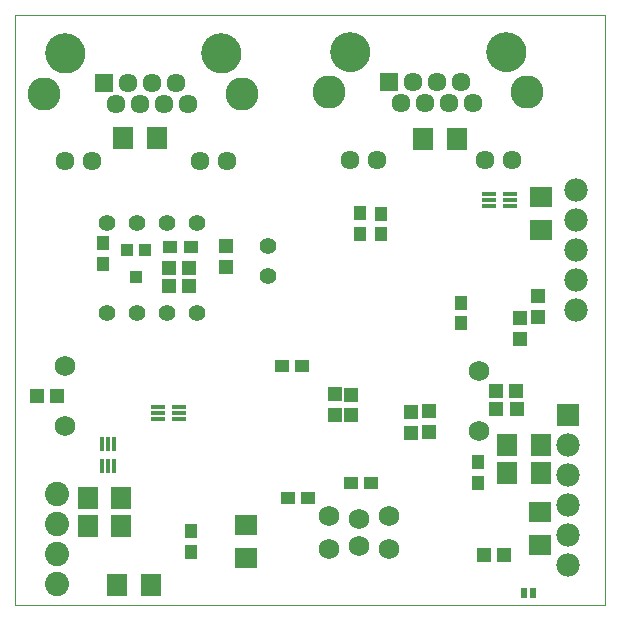
<source format=gbs>
G75*
%MOIN*%
%OFA0B0*%
%FSLAX25Y25*%
%IPPOS*%
%LPD*%
%AMOC8*
5,1,8,0,0,1.08239X$1,22.5*
%
%ADD10C,0.00000*%
%ADD11C,0.05550*%
%ADD12C,0.06900*%
%ADD13R,0.04534X0.04652*%
%ADD14R,0.04652X0.04534*%
%ADD15C,0.06800*%
%ADD16R,0.07800X0.07800*%
%ADD17C,0.07800*%
%ADD18R,0.06337X0.06337*%
%ADD19C,0.06337*%
%ADD20C,0.13195*%
%ADD21C,0.11030*%
%ADD22R,0.04337X0.04731*%
%ADD23R,0.04731X0.04337*%
%ADD24R,0.07487X0.06699*%
%ADD25R,0.04337X0.04337*%
%ADD26R,0.06699X0.07487*%
%ADD27R,0.05124X0.01581*%
%ADD28R,0.02369X0.03550*%
%ADD29C,0.08077*%
%ADD30R,0.01581X0.05124*%
D10*
X0125000Y0011800D02*
X0125000Y0208650D01*
X0321850Y0208650D01*
X0321850Y0011800D01*
X0125000Y0011800D01*
X0135352Y0195800D02*
X0135354Y0195960D01*
X0135360Y0196119D01*
X0135370Y0196278D01*
X0135384Y0196437D01*
X0135402Y0196596D01*
X0135423Y0196754D01*
X0135449Y0196911D01*
X0135479Y0197068D01*
X0135512Y0197224D01*
X0135550Y0197379D01*
X0135591Y0197533D01*
X0135636Y0197686D01*
X0135685Y0197838D01*
X0135738Y0197988D01*
X0135794Y0198137D01*
X0135854Y0198285D01*
X0135918Y0198431D01*
X0135986Y0198576D01*
X0136057Y0198719D01*
X0136131Y0198860D01*
X0136209Y0198999D01*
X0136291Y0199136D01*
X0136376Y0199271D01*
X0136464Y0199404D01*
X0136555Y0199535D01*
X0136650Y0199663D01*
X0136748Y0199789D01*
X0136849Y0199913D01*
X0136953Y0200033D01*
X0137060Y0200152D01*
X0137170Y0200267D01*
X0137283Y0200380D01*
X0137398Y0200490D01*
X0137517Y0200597D01*
X0137637Y0200701D01*
X0137761Y0200802D01*
X0137887Y0200900D01*
X0138015Y0200995D01*
X0138146Y0201086D01*
X0138279Y0201174D01*
X0138414Y0201259D01*
X0138551Y0201341D01*
X0138690Y0201419D01*
X0138831Y0201493D01*
X0138974Y0201564D01*
X0139119Y0201632D01*
X0139265Y0201696D01*
X0139413Y0201756D01*
X0139562Y0201812D01*
X0139712Y0201865D01*
X0139864Y0201914D01*
X0140017Y0201959D01*
X0140171Y0202000D01*
X0140326Y0202038D01*
X0140482Y0202071D01*
X0140639Y0202101D01*
X0140796Y0202127D01*
X0140954Y0202148D01*
X0141113Y0202166D01*
X0141272Y0202180D01*
X0141431Y0202190D01*
X0141590Y0202196D01*
X0141750Y0202198D01*
X0141910Y0202196D01*
X0142069Y0202190D01*
X0142228Y0202180D01*
X0142387Y0202166D01*
X0142546Y0202148D01*
X0142704Y0202127D01*
X0142861Y0202101D01*
X0143018Y0202071D01*
X0143174Y0202038D01*
X0143329Y0202000D01*
X0143483Y0201959D01*
X0143636Y0201914D01*
X0143788Y0201865D01*
X0143938Y0201812D01*
X0144087Y0201756D01*
X0144235Y0201696D01*
X0144381Y0201632D01*
X0144526Y0201564D01*
X0144669Y0201493D01*
X0144810Y0201419D01*
X0144949Y0201341D01*
X0145086Y0201259D01*
X0145221Y0201174D01*
X0145354Y0201086D01*
X0145485Y0200995D01*
X0145613Y0200900D01*
X0145739Y0200802D01*
X0145863Y0200701D01*
X0145983Y0200597D01*
X0146102Y0200490D01*
X0146217Y0200380D01*
X0146330Y0200267D01*
X0146440Y0200152D01*
X0146547Y0200033D01*
X0146651Y0199913D01*
X0146752Y0199789D01*
X0146850Y0199663D01*
X0146945Y0199535D01*
X0147036Y0199404D01*
X0147124Y0199271D01*
X0147209Y0199136D01*
X0147291Y0198999D01*
X0147369Y0198860D01*
X0147443Y0198719D01*
X0147514Y0198576D01*
X0147582Y0198431D01*
X0147646Y0198285D01*
X0147706Y0198137D01*
X0147762Y0197988D01*
X0147815Y0197838D01*
X0147864Y0197686D01*
X0147909Y0197533D01*
X0147950Y0197379D01*
X0147988Y0197224D01*
X0148021Y0197068D01*
X0148051Y0196911D01*
X0148077Y0196754D01*
X0148098Y0196596D01*
X0148116Y0196437D01*
X0148130Y0196278D01*
X0148140Y0196119D01*
X0148146Y0195960D01*
X0148148Y0195800D01*
X0148146Y0195640D01*
X0148140Y0195481D01*
X0148130Y0195322D01*
X0148116Y0195163D01*
X0148098Y0195004D01*
X0148077Y0194846D01*
X0148051Y0194689D01*
X0148021Y0194532D01*
X0147988Y0194376D01*
X0147950Y0194221D01*
X0147909Y0194067D01*
X0147864Y0193914D01*
X0147815Y0193762D01*
X0147762Y0193612D01*
X0147706Y0193463D01*
X0147646Y0193315D01*
X0147582Y0193169D01*
X0147514Y0193024D01*
X0147443Y0192881D01*
X0147369Y0192740D01*
X0147291Y0192601D01*
X0147209Y0192464D01*
X0147124Y0192329D01*
X0147036Y0192196D01*
X0146945Y0192065D01*
X0146850Y0191937D01*
X0146752Y0191811D01*
X0146651Y0191687D01*
X0146547Y0191567D01*
X0146440Y0191448D01*
X0146330Y0191333D01*
X0146217Y0191220D01*
X0146102Y0191110D01*
X0145983Y0191003D01*
X0145863Y0190899D01*
X0145739Y0190798D01*
X0145613Y0190700D01*
X0145485Y0190605D01*
X0145354Y0190514D01*
X0145221Y0190426D01*
X0145086Y0190341D01*
X0144949Y0190259D01*
X0144810Y0190181D01*
X0144669Y0190107D01*
X0144526Y0190036D01*
X0144381Y0189968D01*
X0144235Y0189904D01*
X0144087Y0189844D01*
X0143938Y0189788D01*
X0143788Y0189735D01*
X0143636Y0189686D01*
X0143483Y0189641D01*
X0143329Y0189600D01*
X0143174Y0189562D01*
X0143018Y0189529D01*
X0142861Y0189499D01*
X0142704Y0189473D01*
X0142546Y0189452D01*
X0142387Y0189434D01*
X0142228Y0189420D01*
X0142069Y0189410D01*
X0141910Y0189404D01*
X0141750Y0189402D01*
X0141590Y0189404D01*
X0141431Y0189410D01*
X0141272Y0189420D01*
X0141113Y0189434D01*
X0140954Y0189452D01*
X0140796Y0189473D01*
X0140639Y0189499D01*
X0140482Y0189529D01*
X0140326Y0189562D01*
X0140171Y0189600D01*
X0140017Y0189641D01*
X0139864Y0189686D01*
X0139712Y0189735D01*
X0139562Y0189788D01*
X0139413Y0189844D01*
X0139265Y0189904D01*
X0139119Y0189968D01*
X0138974Y0190036D01*
X0138831Y0190107D01*
X0138690Y0190181D01*
X0138551Y0190259D01*
X0138414Y0190341D01*
X0138279Y0190426D01*
X0138146Y0190514D01*
X0138015Y0190605D01*
X0137887Y0190700D01*
X0137761Y0190798D01*
X0137637Y0190899D01*
X0137517Y0191003D01*
X0137398Y0191110D01*
X0137283Y0191220D01*
X0137170Y0191333D01*
X0137060Y0191448D01*
X0136953Y0191567D01*
X0136849Y0191687D01*
X0136748Y0191811D01*
X0136650Y0191937D01*
X0136555Y0192065D01*
X0136464Y0192196D01*
X0136376Y0192329D01*
X0136291Y0192464D01*
X0136209Y0192601D01*
X0136131Y0192740D01*
X0136057Y0192881D01*
X0135986Y0193024D01*
X0135918Y0193169D01*
X0135854Y0193315D01*
X0135794Y0193463D01*
X0135738Y0193612D01*
X0135685Y0193762D01*
X0135636Y0193914D01*
X0135591Y0194067D01*
X0135550Y0194221D01*
X0135512Y0194376D01*
X0135479Y0194532D01*
X0135449Y0194689D01*
X0135423Y0194846D01*
X0135402Y0195004D01*
X0135384Y0195163D01*
X0135370Y0195322D01*
X0135360Y0195481D01*
X0135354Y0195640D01*
X0135352Y0195800D01*
X0187399Y0195800D02*
X0187401Y0195960D01*
X0187407Y0196119D01*
X0187417Y0196278D01*
X0187431Y0196437D01*
X0187449Y0196596D01*
X0187470Y0196754D01*
X0187496Y0196911D01*
X0187526Y0197068D01*
X0187559Y0197224D01*
X0187597Y0197379D01*
X0187638Y0197533D01*
X0187683Y0197686D01*
X0187732Y0197838D01*
X0187785Y0197988D01*
X0187841Y0198137D01*
X0187901Y0198285D01*
X0187965Y0198431D01*
X0188033Y0198576D01*
X0188104Y0198719D01*
X0188178Y0198860D01*
X0188256Y0198999D01*
X0188338Y0199136D01*
X0188423Y0199271D01*
X0188511Y0199404D01*
X0188602Y0199535D01*
X0188697Y0199663D01*
X0188795Y0199789D01*
X0188896Y0199913D01*
X0189000Y0200033D01*
X0189107Y0200152D01*
X0189217Y0200267D01*
X0189330Y0200380D01*
X0189445Y0200490D01*
X0189564Y0200597D01*
X0189684Y0200701D01*
X0189808Y0200802D01*
X0189934Y0200900D01*
X0190062Y0200995D01*
X0190193Y0201086D01*
X0190326Y0201174D01*
X0190461Y0201259D01*
X0190598Y0201341D01*
X0190737Y0201419D01*
X0190878Y0201493D01*
X0191021Y0201564D01*
X0191166Y0201632D01*
X0191312Y0201696D01*
X0191460Y0201756D01*
X0191609Y0201812D01*
X0191759Y0201865D01*
X0191911Y0201914D01*
X0192064Y0201959D01*
X0192218Y0202000D01*
X0192373Y0202038D01*
X0192529Y0202071D01*
X0192686Y0202101D01*
X0192843Y0202127D01*
X0193001Y0202148D01*
X0193160Y0202166D01*
X0193319Y0202180D01*
X0193478Y0202190D01*
X0193637Y0202196D01*
X0193797Y0202198D01*
X0193957Y0202196D01*
X0194116Y0202190D01*
X0194275Y0202180D01*
X0194434Y0202166D01*
X0194593Y0202148D01*
X0194751Y0202127D01*
X0194908Y0202101D01*
X0195065Y0202071D01*
X0195221Y0202038D01*
X0195376Y0202000D01*
X0195530Y0201959D01*
X0195683Y0201914D01*
X0195835Y0201865D01*
X0195985Y0201812D01*
X0196134Y0201756D01*
X0196282Y0201696D01*
X0196428Y0201632D01*
X0196573Y0201564D01*
X0196716Y0201493D01*
X0196857Y0201419D01*
X0196996Y0201341D01*
X0197133Y0201259D01*
X0197268Y0201174D01*
X0197401Y0201086D01*
X0197532Y0200995D01*
X0197660Y0200900D01*
X0197786Y0200802D01*
X0197910Y0200701D01*
X0198030Y0200597D01*
X0198149Y0200490D01*
X0198264Y0200380D01*
X0198377Y0200267D01*
X0198487Y0200152D01*
X0198594Y0200033D01*
X0198698Y0199913D01*
X0198799Y0199789D01*
X0198897Y0199663D01*
X0198992Y0199535D01*
X0199083Y0199404D01*
X0199171Y0199271D01*
X0199256Y0199136D01*
X0199338Y0198999D01*
X0199416Y0198860D01*
X0199490Y0198719D01*
X0199561Y0198576D01*
X0199629Y0198431D01*
X0199693Y0198285D01*
X0199753Y0198137D01*
X0199809Y0197988D01*
X0199862Y0197838D01*
X0199911Y0197686D01*
X0199956Y0197533D01*
X0199997Y0197379D01*
X0200035Y0197224D01*
X0200068Y0197068D01*
X0200098Y0196911D01*
X0200124Y0196754D01*
X0200145Y0196596D01*
X0200163Y0196437D01*
X0200177Y0196278D01*
X0200187Y0196119D01*
X0200193Y0195960D01*
X0200195Y0195800D01*
X0200193Y0195640D01*
X0200187Y0195481D01*
X0200177Y0195322D01*
X0200163Y0195163D01*
X0200145Y0195004D01*
X0200124Y0194846D01*
X0200098Y0194689D01*
X0200068Y0194532D01*
X0200035Y0194376D01*
X0199997Y0194221D01*
X0199956Y0194067D01*
X0199911Y0193914D01*
X0199862Y0193762D01*
X0199809Y0193612D01*
X0199753Y0193463D01*
X0199693Y0193315D01*
X0199629Y0193169D01*
X0199561Y0193024D01*
X0199490Y0192881D01*
X0199416Y0192740D01*
X0199338Y0192601D01*
X0199256Y0192464D01*
X0199171Y0192329D01*
X0199083Y0192196D01*
X0198992Y0192065D01*
X0198897Y0191937D01*
X0198799Y0191811D01*
X0198698Y0191687D01*
X0198594Y0191567D01*
X0198487Y0191448D01*
X0198377Y0191333D01*
X0198264Y0191220D01*
X0198149Y0191110D01*
X0198030Y0191003D01*
X0197910Y0190899D01*
X0197786Y0190798D01*
X0197660Y0190700D01*
X0197532Y0190605D01*
X0197401Y0190514D01*
X0197268Y0190426D01*
X0197133Y0190341D01*
X0196996Y0190259D01*
X0196857Y0190181D01*
X0196716Y0190107D01*
X0196573Y0190036D01*
X0196428Y0189968D01*
X0196282Y0189904D01*
X0196134Y0189844D01*
X0195985Y0189788D01*
X0195835Y0189735D01*
X0195683Y0189686D01*
X0195530Y0189641D01*
X0195376Y0189600D01*
X0195221Y0189562D01*
X0195065Y0189529D01*
X0194908Y0189499D01*
X0194751Y0189473D01*
X0194593Y0189452D01*
X0194434Y0189434D01*
X0194275Y0189420D01*
X0194116Y0189410D01*
X0193957Y0189404D01*
X0193797Y0189402D01*
X0193637Y0189404D01*
X0193478Y0189410D01*
X0193319Y0189420D01*
X0193160Y0189434D01*
X0193001Y0189452D01*
X0192843Y0189473D01*
X0192686Y0189499D01*
X0192529Y0189529D01*
X0192373Y0189562D01*
X0192218Y0189600D01*
X0192064Y0189641D01*
X0191911Y0189686D01*
X0191759Y0189735D01*
X0191609Y0189788D01*
X0191460Y0189844D01*
X0191312Y0189904D01*
X0191166Y0189968D01*
X0191021Y0190036D01*
X0190878Y0190107D01*
X0190737Y0190181D01*
X0190598Y0190259D01*
X0190461Y0190341D01*
X0190326Y0190426D01*
X0190193Y0190514D01*
X0190062Y0190605D01*
X0189934Y0190700D01*
X0189808Y0190798D01*
X0189684Y0190899D01*
X0189564Y0191003D01*
X0189445Y0191110D01*
X0189330Y0191220D01*
X0189217Y0191333D01*
X0189107Y0191448D01*
X0189000Y0191567D01*
X0188896Y0191687D01*
X0188795Y0191811D01*
X0188697Y0191937D01*
X0188602Y0192065D01*
X0188511Y0192196D01*
X0188423Y0192329D01*
X0188338Y0192464D01*
X0188256Y0192601D01*
X0188178Y0192740D01*
X0188104Y0192881D01*
X0188033Y0193024D01*
X0187965Y0193169D01*
X0187901Y0193315D01*
X0187841Y0193463D01*
X0187785Y0193612D01*
X0187732Y0193762D01*
X0187683Y0193914D01*
X0187638Y0194067D01*
X0187597Y0194221D01*
X0187559Y0194376D01*
X0187526Y0194532D01*
X0187496Y0194689D01*
X0187470Y0194846D01*
X0187449Y0195004D01*
X0187431Y0195163D01*
X0187417Y0195322D01*
X0187407Y0195481D01*
X0187401Y0195640D01*
X0187399Y0195800D01*
X0230352Y0196300D02*
X0230354Y0196460D01*
X0230360Y0196619D01*
X0230370Y0196778D01*
X0230384Y0196937D01*
X0230402Y0197096D01*
X0230423Y0197254D01*
X0230449Y0197411D01*
X0230479Y0197568D01*
X0230512Y0197724D01*
X0230550Y0197879D01*
X0230591Y0198033D01*
X0230636Y0198186D01*
X0230685Y0198338D01*
X0230738Y0198488D01*
X0230794Y0198637D01*
X0230854Y0198785D01*
X0230918Y0198931D01*
X0230986Y0199076D01*
X0231057Y0199219D01*
X0231131Y0199360D01*
X0231209Y0199499D01*
X0231291Y0199636D01*
X0231376Y0199771D01*
X0231464Y0199904D01*
X0231555Y0200035D01*
X0231650Y0200163D01*
X0231748Y0200289D01*
X0231849Y0200413D01*
X0231953Y0200533D01*
X0232060Y0200652D01*
X0232170Y0200767D01*
X0232283Y0200880D01*
X0232398Y0200990D01*
X0232517Y0201097D01*
X0232637Y0201201D01*
X0232761Y0201302D01*
X0232887Y0201400D01*
X0233015Y0201495D01*
X0233146Y0201586D01*
X0233279Y0201674D01*
X0233414Y0201759D01*
X0233551Y0201841D01*
X0233690Y0201919D01*
X0233831Y0201993D01*
X0233974Y0202064D01*
X0234119Y0202132D01*
X0234265Y0202196D01*
X0234413Y0202256D01*
X0234562Y0202312D01*
X0234712Y0202365D01*
X0234864Y0202414D01*
X0235017Y0202459D01*
X0235171Y0202500D01*
X0235326Y0202538D01*
X0235482Y0202571D01*
X0235639Y0202601D01*
X0235796Y0202627D01*
X0235954Y0202648D01*
X0236113Y0202666D01*
X0236272Y0202680D01*
X0236431Y0202690D01*
X0236590Y0202696D01*
X0236750Y0202698D01*
X0236910Y0202696D01*
X0237069Y0202690D01*
X0237228Y0202680D01*
X0237387Y0202666D01*
X0237546Y0202648D01*
X0237704Y0202627D01*
X0237861Y0202601D01*
X0238018Y0202571D01*
X0238174Y0202538D01*
X0238329Y0202500D01*
X0238483Y0202459D01*
X0238636Y0202414D01*
X0238788Y0202365D01*
X0238938Y0202312D01*
X0239087Y0202256D01*
X0239235Y0202196D01*
X0239381Y0202132D01*
X0239526Y0202064D01*
X0239669Y0201993D01*
X0239810Y0201919D01*
X0239949Y0201841D01*
X0240086Y0201759D01*
X0240221Y0201674D01*
X0240354Y0201586D01*
X0240485Y0201495D01*
X0240613Y0201400D01*
X0240739Y0201302D01*
X0240863Y0201201D01*
X0240983Y0201097D01*
X0241102Y0200990D01*
X0241217Y0200880D01*
X0241330Y0200767D01*
X0241440Y0200652D01*
X0241547Y0200533D01*
X0241651Y0200413D01*
X0241752Y0200289D01*
X0241850Y0200163D01*
X0241945Y0200035D01*
X0242036Y0199904D01*
X0242124Y0199771D01*
X0242209Y0199636D01*
X0242291Y0199499D01*
X0242369Y0199360D01*
X0242443Y0199219D01*
X0242514Y0199076D01*
X0242582Y0198931D01*
X0242646Y0198785D01*
X0242706Y0198637D01*
X0242762Y0198488D01*
X0242815Y0198338D01*
X0242864Y0198186D01*
X0242909Y0198033D01*
X0242950Y0197879D01*
X0242988Y0197724D01*
X0243021Y0197568D01*
X0243051Y0197411D01*
X0243077Y0197254D01*
X0243098Y0197096D01*
X0243116Y0196937D01*
X0243130Y0196778D01*
X0243140Y0196619D01*
X0243146Y0196460D01*
X0243148Y0196300D01*
X0243146Y0196140D01*
X0243140Y0195981D01*
X0243130Y0195822D01*
X0243116Y0195663D01*
X0243098Y0195504D01*
X0243077Y0195346D01*
X0243051Y0195189D01*
X0243021Y0195032D01*
X0242988Y0194876D01*
X0242950Y0194721D01*
X0242909Y0194567D01*
X0242864Y0194414D01*
X0242815Y0194262D01*
X0242762Y0194112D01*
X0242706Y0193963D01*
X0242646Y0193815D01*
X0242582Y0193669D01*
X0242514Y0193524D01*
X0242443Y0193381D01*
X0242369Y0193240D01*
X0242291Y0193101D01*
X0242209Y0192964D01*
X0242124Y0192829D01*
X0242036Y0192696D01*
X0241945Y0192565D01*
X0241850Y0192437D01*
X0241752Y0192311D01*
X0241651Y0192187D01*
X0241547Y0192067D01*
X0241440Y0191948D01*
X0241330Y0191833D01*
X0241217Y0191720D01*
X0241102Y0191610D01*
X0240983Y0191503D01*
X0240863Y0191399D01*
X0240739Y0191298D01*
X0240613Y0191200D01*
X0240485Y0191105D01*
X0240354Y0191014D01*
X0240221Y0190926D01*
X0240086Y0190841D01*
X0239949Y0190759D01*
X0239810Y0190681D01*
X0239669Y0190607D01*
X0239526Y0190536D01*
X0239381Y0190468D01*
X0239235Y0190404D01*
X0239087Y0190344D01*
X0238938Y0190288D01*
X0238788Y0190235D01*
X0238636Y0190186D01*
X0238483Y0190141D01*
X0238329Y0190100D01*
X0238174Y0190062D01*
X0238018Y0190029D01*
X0237861Y0189999D01*
X0237704Y0189973D01*
X0237546Y0189952D01*
X0237387Y0189934D01*
X0237228Y0189920D01*
X0237069Y0189910D01*
X0236910Y0189904D01*
X0236750Y0189902D01*
X0236590Y0189904D01*
X0236431Y0189910D01*
X0236272Y0189920D01*
X0236113Y0189934D01*
X0235954Y0189952D01*
X0235796Y0189973D01*
X0235639Y0189999D01*
X0235482Y0190029D01*
X0235326Y0190062D01*
X0235171Y0190100D01*
X0235017Y0190141D01*
X0234864Y0190186D01*
X0234712Y0190235D01*
X0234562Y0190288D01*
X0234413Y0190344D01*
X0234265Y0190404D01*
X0234119Y0190468D01*
X0233974Y0190536D01*
X0233831Y0190607D01*
X0233690Y0190681D01*
X0233551Y0190759D01*
X0233414Y0190841D01*
X0233279Y0190926D01*
X0233146Y0191014D01*
X0233015Y0191105D01*
X0232887Y0191200D01*
X0232761Y0191298D01*
X0232637Y0191399D01*
X0232517Y0191503D01*
X0232398Y0191610D01*
X0232283Y0191720D01*
X0232170Y0191833D01*
X0232060Y0191948D01*
X0231953Y0192067D01*
X0231849Y0192187D01*
X0231748Y0192311D01*
X0231650Y0192437D01*
X0231555Y0192565D01*
X0231464Y0192696D01*
X0231376Y0192829D01*
X0231291Y0192964D01*
X0231209Y0193101D01*
X0231131Y0193240D01*
X0231057Y0193381D01*
X0230986Y0193524D01*
X0230918Y0193669D01*
X0230854Y0193815D01*
X0230794Y0193963D01*
X0230738Y0194112D01*
X0230685Y0194262D01*
X0230636Y0194414D01*
X0230591Y0194567D01*
X0230550Y0194721D01*
X0230512Y0194876D01*
X0230479Y0195032D01*
X0230449Y0195189D01*
X0230423Y0195346D01*
X0230402Y0195504D01*
X0230384Y0195663D01*
X0230370Y0195822D01*
X0230360Y0195981D01*
X0230354Y0196140D01*
X0230352Y0196300D01*
X0282399Y0196300D02*
X0282401Y0196460D01*
X0282407Y0196619D01*
X0282417Y0196778D01*
X0282431Y0196937D01*
X0282449Y0197096D01*
X0282470Y0197254D01*
X0282496Y0197411D01*
X0282526Y0197568D01*
X0282559Y0197724D01*
X0282597Y0197879D01*
X0282638Y0198033D01*
X0282683Y0198186D01*
X0282732Y0198338D01*
X0282785Y0198488D01*
X0282841Y0198637D01*
X0282901Y0198785D01*
X0282965Y0198931D01*
X0283033Y0199076D01*
X0283104Y0199219D01*
X0283178Y0199360D01*
X0283256Y0199499D01*
X0283338Y0199636D01*
X0283423Y0199771D01*
X0283511Y0199904D01*
X0283602Y0200035D01*
X0283697Y0200163D01*
X0283795Y0200289D01*
X0283896Y0200413D01*
X0284000Y0200533D01*
X0284107Y0200652D01*
X0284217Y0200767D01*
X0284330Y0200880D01*
X0284445Y0200990D01*
X0284564Y0201097D01*
X0284684Y0201201D01*
X0284808Y0201302D01*
X0284934Y0201400D01*
X0285062Y0201495D01*
X0285193Y0201586D01*
X0285326Y0201674D01*
X0285461Y0201759D01*
X0285598Y0201841D01*
X0285737Y0201919D01*
X0285878Y0201993D01*
X0286021Y0202064D01*
X0286166Y0202132D01*
X0286312Y0202196D01*
X0286460Y0202256D01*
X0286609Y0202312D01*
X0286759Y0202365D01*
X0286911Y0202414D01*
X0287064Y0202459D01*
X0287218Y0202500D01*
X0287373Y0202538D01*
X0287529Y0202571D01*
X0287686Y0202601D01*
X0287843Y0202627D01*
X0288001Y0202648D01*
X0288160Y0202666D01*
X0288319Y0202680D01*
X0288478Y0202690D01*
X0288637Y0202696D01*
X0288797Y0202698D01*
X0288957Y0202696D01*
X0289116Y0202690D01*
X0289275Y0202680D01*
X0289434Y0202666D01*
X0289593Y0202648D01*
X0289751Y0202627D01*
X0289908Y0202601D01*
X0290065Y0202571D01*
X0290221Y0202538D01*
X0290376Y0202500D01*
X0290530Y0202459D01*
X0290683Y0202414D01*
X0290835Y0202365D01*
X0290985Y0202312D01*
X0291134Y0202256D01*
X0291282Y0202196D01*
X0291428Y0202132D01*
X0291573Y0202064D01*
X0291716Y0201993D01*
X0291857Y0201919D01*
X0291996Y0201841D01*
X0292133Y0201759D01*
X0292268Y0201674D01*
X0292401Y0201586D01*
X0292532Y0201495D01*
X0292660Y0201400D01*
X0292786Y0201302D01*
X0292910Y0201201D01*
X0293030Y0201097D01*
X0293149Y0200990D01*
X0293264Y0200880D01*
X0293377Y0200767D01*
X0293487Y0200652D01*
X0293594Y0200533D01*
X0293698Y0200413D01*
X0293799Y0200289D01*
X0293897Y0200163D01*
X0293992Y0200035D01*
X0294083Y0199904D01*
X0294171Y0199771D01*
X0294256Y0199636D01*
X0294338Y0199499D01*
X0294416Y0199360D01*
X0294490Y0199219D01*
X0294561Y0199076D01*
X0294629Y0198931D01*
X0294693Y0198785D01*
X0294753Y0198637D01*
X0294809Y0198488D01*
X0294862Y0198338D01*
X0294911Y0198186D01*
X0294956Y0198033D01*
X0294997Y0197879D01*
X0295035Y0197724D01*
X0295068Y0197568D01*
X0295098Y0197411D01*
X0295124Y0197254D01*
X0295145Y0197096D01*
X0295163Y0196937D01*
X0295177Y0196778D01*
X0295187Y0196619D01*
X0295193Y0196460D01*
X0295195Y0196300D01*
X0295193Y0196140D01*
X0295187Y0195981D01*
X0295177Y0195822D01*
X0295163Y0195663D01*
X0295145Y0195504D01*
X0295124Y0195346D01*
X0295098Y0195189D01*
X0295068Y0195032D01*
X0295035Y0194876D01*
X0294997Y0194721D01*
X0294956Y0194567D01*
X0294911Y0194414D01*
X0294862Y0194262D01*
X0294809Y0194112D01*
X0294753Y0193963D01*
X0294693Y0193815D01*
X0294629Y0193669D01*
X0294561Y0193524D01*
X0294490Y0193381D01*
X0294416Y0193240D01*
X0294338Y0193101D01*
X0294256Y0192964D01*
X0294171Y0192829D01*
X0294083Y0192696D01*
X0293992Y0192565D01*
X0293897Y0192437D01*
X0293799Y0192311D01*
X0293698Y0192187D01*
X0293594Y0192067D01*
X0293487Y0191948D01*
X0293377Y0191833D01*
X0293264Y0191720D01*
X0293149Y0191610D01*
X0293030Y0191503D01*
X0292910Y0191399D01*
X0292786Y0191298D01*
X0292660Y0191200D01*
X0292532Y0191105D01*
X0292401Y0191014D01*
X0292268Y0190926D01*
X0292133Y0190841D01*
X0291996Y0190759D01*
X0291857Y0190681D01*
X0291716Y0190607D01*
X0291573Y0190536D01*
X0291428Y0190468D01*
X0291282Y0190404D01*
X0291134Y0190344D01*
X0290985Y0190288D01*
X0290835Y0190235D01*
X0290683Y0190186D01*
X0290530Y0190141D01*
X0290376Y0190100D01*
X0290221Y0190062D01*
X0290065Y0190029D01*
X0289908Y0189999D01*
X0289751Y0189973D01*
X0289593Y0189952D01*
X0289434Y0189934D01*
X0289275Y0189920D01*
X0289116Y0189910D01*
X0288957Y0189904D01*
X0288797Y0189902D01*
X0288637Y0189904D01*
X0288478Y0189910D01*
X0288319Y0189920D01*
X0288160Y0189934D01*
X0288001Y0189952D01*
X0287843Y0189973D01*
X0287686Y0189999D01*
X0287529Y0190029D01*
X0287373Y0190062D01*
X0287218Y0190100D01*
X0287064Y0190141D01*
X0286911Y0190186D01*
X0286759Y0190235D01*
X0286609Y0190288D01*
X0286460Y0190344D01*
X0286312Y0190404D01*
X0286166Y0190468D01*
X0286021Y0190536D01*
X0285878Y0190607D01*
X0285737Y0190681D01*
X0285598Y0190759D01*
X0285461Y0190841D01*
X0285326Y0190926D01*
X0285193Y0191014D01*
X0285062Y0191105D01*
X0284934Y0191200D01*
X0284808Y0191298D01*
X0284684Y0191399D01*
X0284564Y0191503D01*
X0284445Y0191610D01*
X0284330Y0191720D01*
X0284217Y0191833D01*
X0284107Y0191948D01*
X0284000Y0192067D01*
X0283896Y0192187D01*
X0283795Y0192311D01*
X0283697Y0192437D01*
X0283602Y0192565D01*
X0283511Y0192696D01*
X0283423Y0192829D01*
X0283338Y0192964D01*
X0283256Y0193101D01*
X0283178Y0193240D01*
X0283104Y0193381D01*
X0283033Y0193524D01*
X0282965Y0193669D01*
X0282901Y0193815D01*
X0282841Y0193963D01*
X0282785Y0194112D01*
X0282732Y0194262D01*
X0282683Y0194414D01*
X0282638Y0194567D01*
X0282597Y0194721D01*
X0282559Y0194876D01*
X0282526Y0195032D01*
X0282496Y0195189D01*
X0282470Y0195346D01*
X0282449Y0195504D01*
X0282431Y0195663D01*
X0282417Y0195822D01*
X0282407Y0195981D01*
X0282401Y0196140D01*
X0282399Y0196300D01*
D11*
X0185750Y0139300D03*
X0175750Y0139300D03*
X0165750Y0139300D03*
X0155750Y0139300D03*
X0155750Y0109300D03*
X0165750Y0109300D03*
X0175750Y0109300D03*
X0185750Y0109300D03*
X0209250Y0121629D03*
X0209250Y0131471D03*
D12*
X0141750Y0091550D03*
X0141750Y0071550D03*
X0279750Y0069800D03*
X0279750Y0089800D03*
D13*
X0285305Y0083050D03*
X0285555Y0077050D03*
X0292445Y0077050D03*
X0292195Y0083050D03*
X0288195Y0028550D03*
X0281305Y0028550D03*
X0183195Y0118050D03*
X0183195Y0124300D03*
X0176305Y0124300D03*
X0176305Y0118050D03*
X0139195Y0081550D03*
X0132305Y0081550D03*
D14*
X0195250Y0124605D03*
X0195250Y0131495D03*
X0231750Y0082245D03*
X0237000Y0081995D03*
X0237000Y0075105D03*
X0231750Y0075355D03*
X0257000Y0076245D03*
X0263000Y0076495D03*
X0263000Y0069605D03*
X0257000Y0069355D03*
X0293250Y0100605D03*
X0293250Y0107495D03*
X0299500Y0107855D03*
X0299500Y0114745D03*
D15*
X0249750Y0041550D03*
X0239750Y0040550D03*
X0229750Y0041550D03*
X0239750Y0031550D03*
X0229750Y0030550D03*
X0249750Y0030550D03*
D16*
X0309500Y0075050D03*
D17*
X0309500Y0065050D03*
X0309500Y0055050D03*
X0309500Y0045050D03*
X0309500Y0035050D03*
X0309500Y0025050D03*
X0312000Y0110050D03*
X0312000Y0120050D03*
X0312000Y0130050D03*
X0312000Y0140050D03*
X0312000Y0150050D03*
D18*
X0249703Y0186300D03*
X0154703Y0185800D03*
D19*
X0162734Y0185800D03*
X0170766Y0185800D03*
X0178797Y0185800D03*
X0174781Y0178792D03*
X0166750Y0178792D03*
X0158719Y0178792D03*
X0182813Y0178792D03*
X0186789Y0159816D03*
X0195805Y0159816D03*
X0236789Y0160316D03*
X0245805Y0160316D03*
X0253719Y0179292D03*
X0261750Y0179292D03*
X0269781Y0179292D03*
X0277813Y0179292D03*
X0273797Y0186300D03*
X0265766Y0186300D03*
X0257734Y0186300D03*
X0281789Y0160316D03*
X0290805Y0160316D03*
X0150805Y0159816D03*
X0141789Y0159816D03*
D20*
X0141750Y0195800D03*
X0193797Y0195800D03*
X0236750Y0196300D03*
X0288797Y0196300D03*
D21*
X0295805Y0182796D03*
X0229742Y0182796D03*
X0200805Y0182296D03*
X0134742Y0182296D03*
D22*
X0154250Y0132396D03*
X0154250Y0125704D03*
X0240000Y0135704D03*
X0247000Y0135454D03*
X0247000Y0142146D03*
X0240000Y0142396D03*
X0273750Y0112646D03*
X0273750Y0105954D03*
X0279250Y0059396D03*
X0279250Y0052704D03*
X0183750Y0036396D03*
X0183750Y0029704D03*
D23*
X0216154Y0047550D03*
X0222846Y0047550D03*
X0237154Y0052550D03*
X0243846Y0052550D03*
X0220846Y0091550D03*
X0214154Y0091550D03*
X0183596Y0131050D03*
X0176904Y0131050D03*
D24*
X0300500Y0136788D03*
X0300500Y0147812D03*
X0300000Y0042812D03*
X0300000Y0031788D03*
X0202000Y0027538D03*
X0202000Y0038562D03*
D25*
X0165500Y0121081D03*
X0162547Y0130137D03*
X0168453Y0130137D03*
D26*
X0172262Y0167550D03*
X0161238Y0167550D03*
X0261238Y0167050D03*
X0272262Y0167050D03*
X0289238Y0065050D03*
X0300262Y0065050D03*
X0300262Y0055800D03*
X0289238Y0055800D03*
X0170262Y0018550D03*
X0159238Y0018550D03*
X0160512Y0038050D03*
X0149488Y0038050D03*
X0149488Y0047550D03*
X0160512Y0047550D03*
D27*
X0172667Y0073831D03*
X0172667Y0075800D03*
X0172667Y0077769D03*
X0179833Y0077769D03*
X0179833Y0075800D03*
X0179833Y0073831D03*
X0282917Y0144831D03*
X0282917Y0146800D03*
X0282917Y0148769D03*
X0290083Y0148769D03*
X0290083Y0146800D03*
X0290083Y0144831D03*
D28*
X0294833Y0015800D03*
X0297667Y0015800D03*
D29*
X0139000Y0018800D03*
X0139000Y0028800D03*
X0139000Y0038800D03*
X0139000Y0048800D03*
D30*
X0154031Y0058217D03*
X0156000Y0058217D03*
X0157969Y0058217D03*
X0157969Y0065383D03*
X0156000Y0065383D03*
X0154031Y0065383D03*
M02*

</source>
